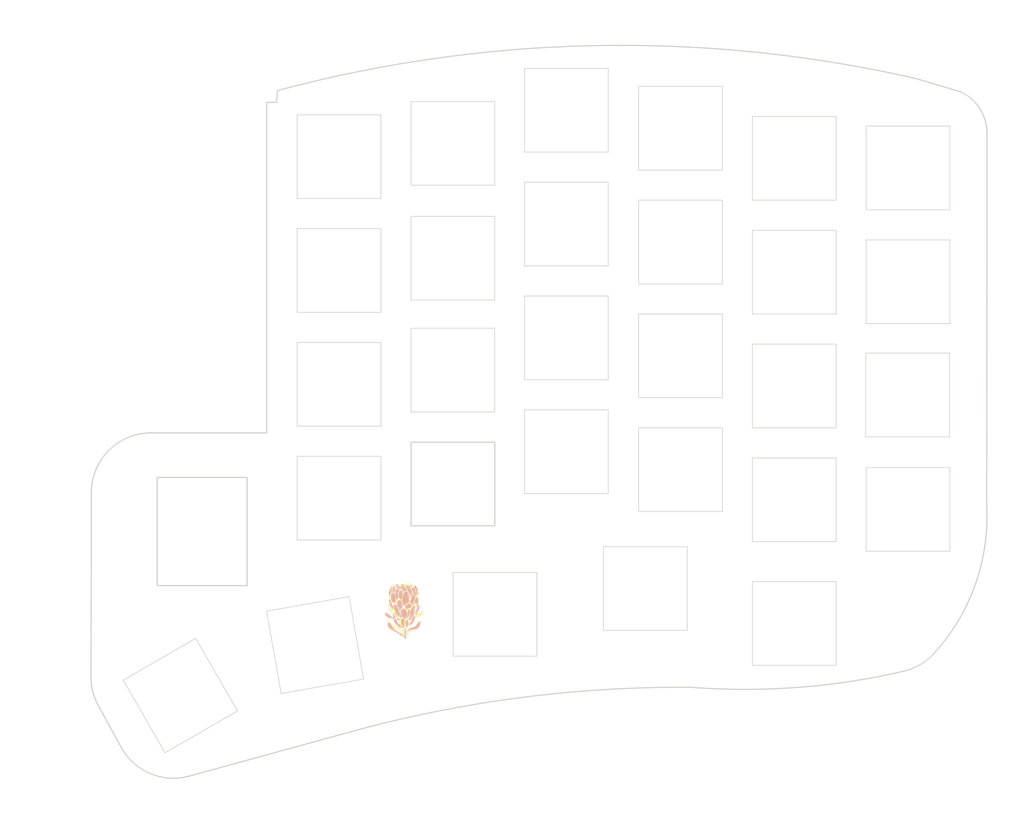
<source format=kicad_pcb>
(kicad_pcb (version 20210424) (generator pcbnew)
  (layers (0 "F.Cu" signal) (31 "B.Cu" signal) (34 "B.Paste" user) (35 "F.Paste" user) (36 "B.SilkS" user "B.Silkscreen") (37 "F.SilkS" user "F.Silkscreen") (38 "B.Mask" user) (39 "F.Mask" user) (44 "Edge.Cuts" user))
  (net 0 "")
  (net 1 "GND")
  (footprint "gcp:Protea-tiny" (layer "F.Cu") (at 141.2 130.625)
    (fp_text reference "G***" hide)
    (fp_text value "LOGO" hide)
  )
  (footprint "MountingHole:MountingHole_3.2mm_M3" (layer "B.Cu") (at 215.646 54.61 180)
    (fp_text reference "H2" hide)
    (fp_text value "MountingHole")
    (pad "1" np_thru_hole circle locked (at 0 0 180) (size 3.2 3.2) (drill 3.2) (layers *.Cu *.Mask))
  )
  (footprint "MountingHole:MountingHole_3.2mm_M3" (layer "B.Cu") (at 117.831 105.537 180)
    (fp_text reference "H3" hide)
    (fp_text value "MountingHole")
    (pad "1" np_thru_hole circle locked (at 0 0 180) (size 3.2 3.2) (drill 3.2) (layers *.Cu *.Mask))
  )
  (footprint "MountingHole:MountingHole_3.2mm_M3" (layer "B.Cu") (at 95.504 134.366 180)
    (fp_text reference "H9" hide)
    (fp_text value "MountingHole")
    (pad "1" np_thru_hole circle locked (at 0 0 180) (size 3.2 3.2) (drill 3.2) (layers *.Cu *.Mask))
  )
  (footprint "MountingHole:MountingHole_3.2mm_M3" (layer "B.Cu") (at 224.561 133.198 180)
    (fp_text reference "H10" hide)
    (fp_text value "MountingHole")
    (pad "1" np_thru_hole circle locked (at 0 0 180) (size 3.2 3.2) (drill 3.2) (layers *.Cu *.Mask))
  )
  (footprint "MountingHole:MountingHole_3.2mm_M3" (layer "B.Cu") (at 139.7 54.61 180)
    (fp_text reference "H6" hide)
    (fp_text value "MountingHole")
    (pad "1" np_thru_hole circle locked (at 0 0 180) (size 3.2 3.2) (drill 3.2) (layers *.Cu *.Mask))
  )
  (footprint "foostan:SW_Hole" (layer "B.Cu") (at 225.298 75.682 180)
    (fp_text reference "SW7" hide)
    (fp_text value "TAB" hide)
    (fp_line (start -7 7) (end -7 -7) (layer "Edge.Cuts") (width 0.12))
    (fp_line (start 7 7) (end -7 7) (layer "Edge.Cuts") (width 0.12))
    (fp_line (start -7 -7) (end 7 -7) (layer "Edge.Cuts") (width 0.12))
    (fp_line (start 7 -7) (end 7 7) (layer "Edge.Cuts") (width 0.12))
  )
  (footprint "foostan:SW_Hole" (layer "B.Cu") (at 206.273 55.0398 180)
    (fp_text reference "SW2" hide)
    (fp_text value "1" hide)
    (fp_line (start -7 7) (end -7 -7) (layer "Edge.Cuts") (width 0.12))
    (fp_line (start 7 7) (end -7 7) (layer "Edge.Cuts") (width 0.12))
    (fp_line (start -7 -7) (end 7 -7) (layer "Edge.Cuts") (width 0.12))
    (fp_line (start 7 -7) (end 7 7) (layer "Edge.Cuts") (width 0.12))
  )
  (footprint "foostan:SW_Hole" (layer "B.Cu") (at 130.113 111.878 180)
    (fp_text reference "SW24" hide)
    (fp_text value "V" hide)
    (fp_line (start -7 7) (end -7 -7) (layer "Edge.Cuts") (width 0.12))
    (fp_line (start 7 -7) (end 7 7) (layer "Edge.Cuts") (width 0.12))
    (fp_line (start -7 -7) (end 7 -7) (layer "Edge.Cuts") (width 0.12))
    (fp_line (start 7 7) (end -7 7) (layer "Edge.Cuts") (width 0.12))
  )
  (footprint "foostan:SW_Hole" (layer "B.Cu") (at 168.148 104.1102 180)
    (fp_text reference "SW22" hide)
    (fp_text value "X" hide)
    (fp_line (start -7 -7) (end 7 -7) (layer "Edge.Cuts") (width 0.12))
    (fp_line (start 7 -7) (end 7 7) (layer "Edge.Cuts") (width 0.12))
    (fp_line (start -7 7) (end -7 -7) (layer "Edge.Cuts") (width 0.12))
    (fp_line (start 7 7) (end -7 7) (layer "Edge.Cuts") (width 0.12))
  )
  (footprint "foostan:SW_Hole" (layer "B.Cu") (at 130.113 54.7578 180)
    (fp_text reference "SW6" hide)
    (fp_text value "5" hide)
    (fp_line (start -7 -7) (end 7 -7) (layer "Edge.Cuts") (width 0.12))
    (fp_line (start -7 7) (end -7 -7) (layer "Edge.Cuts") (width 0.12))
    (fp_line (start 7 -7) (end 7 7) (layer "Edge.Cuts") (width 0.12))
    (fp_line (start 7 7) (end -7 7) (layer "Edge.Cuts") (width 0.12))
  )
  (footprint "foostan:SW_Hole" (layer "B.Cu") (at 206.273 132.842 180)
    (fp_text reference "SW25" hide)
    (fp_text value "CTRL" hide)
    (fp_line (start 7 7) (end -7 7) (layer "Edge.Cuts") (width 0.12))
    (fp_line (start -7 -7) (end 7 -7) (layer "Edge.Cuts") (width 0.12))
    (fp_line (start -7 7) (end -7 -7) (layer "Edge.Cuts") (width 0.12))
    (fp_line (start 7 -7) (end 7 7) (layer "Edge.Cuts") (width 0.12))
  )
  (footprint "foostan:SW_Hole" (layer "B.Cu") (at 149.153 52.5378 180)
    (fp_text reference "SW5" hide)
    (fp_text value "4" hide)
    (fp_line (start -7 -7) (end 7 -7) (layer "Edge.Cuts") (width 0.12))
    (fp_line (start 7 7) (end -7 7) (layer "Edge.Cuts") (width 0.12))
    (fp_line (start -7 7) (end -7 -7) (layer "Edge.Cuts") (width 0.12))
    (fp_line (start 7 -7) (end 7 7) (layer "Edge.Cuts") (width 0.12))
  )
  (footprint "foostan:SW_Hole" (layer "B.Cu") (at 187.233 107.118 180)
    (fp_text reference "SW21" hide)
    (fp_text value "Z" hide)
    (fp_line (start -7 7) (end -7 -7) (layer "Edge.Cuts") (width 0.12))
    (fp_line (start 7 -7) (end 7 7) (layer "Edge.Cuts") (width 0.12))
    (fp_line (start 7 7) (end -7 7) (layer "Edge.Cuts") (width 0.12))
    (fp_line (start -7 -7) (end 7 -7) (layer "Edge.Cuts") (width 0.12))
  )
  (footprint "foostan:SW_Hole" (layer "B.Cu") (at 130.113 73.7978 180)
    (fp_text reference "SW12" hide)
    (fp_text value "T" hide)
    (fp_line (start 7 -7) (end 7 7) (layer "Edge.Cuts") (width 0.12))
    (fp_line (start -7 7) (end -7 -7) (layer "Edge.Cuts") (width 0.12))
    (fp_line (start -7 -7) (end 7 -7) (layer "Edge.Cuts") (width 0.12))
    (fp_line (start 7 7) (end -7 7) (layer "Edge.Cuts") (width 0.12))
  )
  (footprint "foostan:SW_Hole" (layer "B.Cu") (at 156.21 131.318 180)
    (fp_text reference "SW27" hide)
    (fp_text value "ALT" hide)
    (fp_line (start -7 -7) (end 7 -7) (layer "Edge.Cuts") (width 0.12))
    (fp_line (start -7 7) (end -7 -7) (layer "Edge.Cuts") (width 0.12))
    (fp_line (start 7 -7) (end 7 7) (layer "Edge.Cuts") (width 0.12))
    (fp_line (start 7 7) (end -7 7) (layer "Edge.Cuts") (width 0.12))
  )
  (footprint "foostan:SW_Hole" (layer "B.Cu") (at 103.575 144.9 120)
    (fp_text reference "SW29" hide)
    (fp_text value "C" hide)
    (fp_line (start -7 -7) (end 7 -7) (layer "Edge.Cuts") (width 0.12))
    (fp_line (start 7 7) (end -7 7) (layer "Edge.Cuts") (width 0.12))
    (fp_line (start 7 -7) (end 7 7) (layer "Edge.Cuts") (width 0.12))
    (fp_line (start -7 7) (end -7 -7) (layer "Edge.Cuts") (width 0.12))
  )
  (footprint "foostan:SW_Hole" (layer "B.Cu") (at 126.1132 136.4598 -170)
    (fp_text reference "SW28" hide)
    (fp_text value "X" hide)
    (fp_line (start -7 -7) (end 7 -7) (layer "Edge.Cuts") (width 0.12))
    (fp_line (start -7 7) (end -7 -7) (layer "Edge.Cuts") (width 0.12))
    (fp_line (start 7 -7) (end 7 7) (layer "Edge.Cuts") (width 0.12))
    (fp_line (start 7 7) (end -7 7) (layer "Edge.Cuts") (width 0.12))
  )
  (footprint "foostan:SW_Hole" (layer "B.Cu") (at 225.225 94.625 180)
    (fp_text reference "SW13" hide)
    (fp_text value "CAPS" hide)
    (fp_line (start -7 7) (end -7 -7) (layer "Edge.Cuts") (width 0.12))
    (fp_line (start -7 -7) (end 7 -7) (layer "Edge.Cuts") (width 0.12))
    (fp_line (start 7 7) (end -7 7) (layer "Edge.Cuts") (width 0.12))
    (fp_line (start 7 -7) (end 7 7) (layer "Edge.Cuts") (width 0.12))
  )
  (footprint "foostan:SW_Hole" (layer "B.Cu") (at 149.153 90.4578 180)
    (fp_text reference "SW17" hide)
    (fp_text value "F" hide)
    (fp_line (start 7 -7) (end 7 7) (layer "Edge.Cuts") (width 0.12))
    (fp_line (start 7 7) (end -7 7) (layer "Edge.Cuts") (width 0.12))
    (fp_line (start -7 -7) (end 7 -7) (layer "Edge.Cuts") (width 0.12))
    (fp_line (start -7 7) (end -7 -7) (layer "Edge.Cuts") (width 0.12))
  )
  (footprint "foostan:SW_Hole" (layer "B.Cu") (at 168.148 66.03 180)
    (fp_text reference "SW10" hide)
    (fp_text value "E" hide)
    (fp_line (start 7 -7) (end 7 7) (layer "Edge.Cuts") (width 0.12))
    (fp_line (start -7 7) (end -7 -7) (layer "Edge.Cuts") (width 0.12))
    (fp_line (start -7 -7) (end 7 -7) (layer "Edge.Cuts") (width 0.12))
    (fp_line (start 7 7) (end -7 7) (layer "Edge.Cuts") (width 0.12))
  )
  (footprint "foostan:SW_Hole" (layer "B.Cu") (at 206.273 112.16 180)
    (fp_text reference "SW20" hide)
    (fp_text value "<" hide)
    (fp_line (start 7 -7) (end 7 7) (layer "Edge.Cuts") (width 0.12))
    (fp_line (start -7 -7) (end 7 -7) (layer "Edge.Cuts") (width 0.12))
    (fp_line (start -7 7) (end -7 -7) (layer "Edge.Cuts") (width 0.12))
    (fp_line (start 7 7) (end -7 7) (layer "Edge.Cuts") (width 0.12))
  )
  (footprint "foostan:SW_Hole" (layer "B.Cu") (at 168.148 85.07 180)
    (fp_text reference "SW16" hide)
    (fp_text value "D" hide)
    (fp_line (start -7 -7) (end 7 -7) (layer "Edge.Cuts") (width 0.12))
    (fp_line (start 7 -7) (end 7 7) (layer "Edge.Cuts") (width 0.12))
    (fp_line (start 7 7) (end -7 7) (layer "Edge.Cuts") (width 0.12))
    (fp_line (start -7 7) (end -7 -7) (layer "Edge.Cuts") (width 0.12))
  )
  (footprint "foostan:SW_Hole" (layer "B.Cu") (at 149.153 71.7378 180)
    (fp_text reference "SW11" hide)
    (fp_text value "R" hide)
    (fp_line (start -7 -7) (end 7 -7) (layer "Edge.Cuts") (width 0.12))
    (fp_line (start 7 7) (end -7 7) (layer "Edge.Cuts") (width 0.12))
    (fp_line (start 7 -7) (end 7 7) (layer "Edge.Cuts") (width 0.12))
    (fp_line (start -7 7) (end -7 -7) (layer "Edge.Cuts") (width 0.12))
  )
  (footprint "foostan:SW_Hole" (layer "B.Cu") (at 187.233 69.0378 180)
    (fp_text reference "SW9" hide)
    (fp_text value "W" hide)
    (fp_line (start 7 -7) (end 7 7) (layer "Edge.Cuts") (width 0.12))
    (fp_line (start -7 -7) (end 7 -7) (layer "Edge.Cuts") (width 0.12))
    (fp_line (start -7 7) (end -7 -7) (layer "Edge.Cuts") (width 0.12))
    (fp_line (start 7 7) (end -7 7) (layer "Edge.Cuts") (width 0.12))
  )
  (footprint "foostan:SW_Hole" (layer "B.Cu") (at 187.233 49.9978 180)
    (fp_text reference "SW3" hide)
    (fp_text value "2" hide)
    (fp_line (start -7 7) (end -7 -7) (layer "Edge.Cuts") (width 0.12))
    (fp_line (start 7 7) (end -7 7) (layer "Edge.Cuts") (width 0.12))
    (fp_line (start 7 -7) (end 7 7) (layer "Edge.Cuts") (width 0.12))
    (fp_line (start -7 -7) (end 7 -7) (layer "Edge.Cuts") (width 0.12))
  )
  (footprint "foostan:SW_Hole" (layer "B.Cu") (at 130.113 92.8378 180)
    (fp_text reference "SW18" hide)
    (fp_text value "G" hide)
    (fp_line (start -7 7) (end -7 -7) (layer "Edge.Cuts") (width 0.12))
    (fp_line (start -7 -7) (end 7 -7) (layer "Edge.Cuts") (width 0.12))
    (fp_line (start 7 7) (end -7 7) (layer "Edge.Cuts") (width 0.12))
    (fp_line (start 7 -7) (end 7 7) (layer "Edge.Cuts") (width 0.12))
  )
  (footprint "foostan:SW_Hole" (layer "B.Cu") (at 225.298 56.642 180)
    (fp_text reference "SW1" hide)
    (fp_text value "ESC" hide)
    (fp_line (start -7 7) (end -7 -7) (layer "Edge.Cuts") (width 0.12))
    (fp_line (start -7 -7) (end 7 -7) (layer "Edge.Cuts") (width 0.12))
    (fp_line (start 7 7) (end -7 7) (layer "Edge.Cuts") (width 0.12))
    (fp_line (start 7 -7) (end 7 7) (layer "Edge.Cuts") (width 0.12))
  )
  (footprint "foostan:SW_Hole" (layer "B.Cu") (at 168.148 46.99 180)
    (fp_text reference "SW4" hide)
    (fp_text value "3" hide)
    (fp_line (start 7 7) (end -7 7) (layer "Edge.Cuts") (width 0.12))
    (fp_line (start 7 -7) (end 7 7) (layer "Edge.Cuts") (width 0.12))
    (fp_line (start -7 7) (end -7 -7) (layer "Edge.Cuts") (width 0.12))
    (fp_line (start -7 -7) (end 7 -7) (layer "Edge.Cuts") (width 0.12))
  )
  (footprint "foostan:SW_Hole" (layer "B.Cu") (at 206.273 93.1198 180)
    (fp_text reference "SW14" hide)
    (fp_text value "A" hide)
    (fp_line (start 7 7) (end -7 7) (layer "Edge.Cuts") (width 0.12))
    (fp_line (start 7 -7) (end 7 7) (layer "Edge.Cuts") (width 0.12))
    (fp_line (start -7 -7) (end 7 -7) (layer "Edge.Cuts") (width 0.12))
    (fp_line (start -7 7) (end -7 -7) (layer "Edge.Cuts") (width 0.12))
  )
  (footprint "foostan:SW_Hole" (layer "B.Cu") (at 187.233 88.0778 180)
    (fp_text reference "SW15" hide)
    (fp_text value "S" hide)
    (fp_line (start -7 -7) (end 7 -7) (layer "Edge.Cuts") (width 0.12))
    (fp_line (start 7 -7) (end 7 7) (layer "Edge.Cuts") (width 0.12))
    (fp_line (start 7 7) (end -7 7) (layer "Edge.Cuts") (width 0.12))
    (fp_line (start -7 7) (end -7 -7) (layer "Edge.Cuts") (width 0.12))
  )
  (footprint "foostan:SW_Hole" (layer "B.Cu") (at 181.356 127 180)
    (fp_text reference "SW26" hide)
    (fp_text value "SUPER" hide)
    (fp_line (start -7 7) (end -7 -7) (layer "Edge.Cuts") (width 0.12))
    (fp_line (start 7 7) (end -7 7) (layer "Edge.Cuts") (width 0.12))
    (fp_line (start -7 -7) (end 7 -7) (layer "Edge.Cuts") (width 0.12))
    (fp_line (start 7 -7) (end 7 7) (layer "Edge.Cuts") (width 0.12))
  )
  (footprint "foostan:SW_Hole" (layer "B.Cu") (at 206.273 74.0798 180)
    (fp_text reference "SW8" hide)
    (fp_text value "Q" hide)
    (fp_line (start 7 -7) (end 7 7) (layer "Edge.Cuts") (width 0.12))
    (fp_line (start -7 7) (end -7 -7) (layer "Edge.Cuts") (width 0.12))
    (fp_line (start 7 7) (end -7 7) (layer "Edge.Cuts") (width 0.12))
    (fp_line (start -7 -7) (end 7 -7) (layer "Edge.Cuts") (width 0.12))
  )
  (footprint "foostan:SW_Hole" (layer "B.Cu") (at 225.298 113.7622 180)
    (fp_text reference "SW19" hide)
    (fp_text value "SHIFT" hide)
    (fp_line (start -7 7) (end -7 -7) (layer "Edge.Cuts") (width 0.12))
    (fp_line (start 7 -7) (end 7 7) (layer "Edge.Cuts") (width 0.12))
    (fp_line (start -7 -7) (end 7 -7) (layer "Edge.Cuts") (width 0.12))
    (fp_line (start 7 7) (end -7 7) (layer "Edge.Cuts") (width 0.12))
  )
  (footprint "gcp:Protea-tiny" (layer "B.Cu") (at 140.725 130.8 180)
    (fp_text reference "G***" hide)
    (fp_text value "LOGO" hide)
  )
  (gr_arc (start 222.282835 131.100845) (end 224.535523 140.839973) (angle -34.80768632) (layer "Edge.Cuts") (width 0.2))
  (gr_line (start 89.8404 146.5752) (end 93.654382 153.534802) (layer "Edge.Cuts") (width 0.2))
  (gr_line (start 88.675193 110.967367) (end 88.6754 123.3342) (layer "Edge.Cuts") (width 0.2))
  (gr_line (start 114.737 108.4172) (end 114.737 126.5172) (layer "Edge.Cuts") (width 0.2))
  (gr_arc (start 98.675193 110.9672) (end 98.675193 100.9672) (angle -90.00095881) (layer "Edge.Cuts") (width 0.2))
  (gr_arc (start 204.488 114.9722) (end 229.691781 137.811489) (angle -45.25337) (layer "Edge.Cuts") (width 0.2))
  (gr_line (start 142.165 102.5152) (end 156.165 102.5152) (layer "Edge.Cuts") (width 0.2))
  (gr_arc (start 177.293 258.4232) (end 226.417039 41.637323) (angle -27.7477) (layer "Edge.Cuts") (width 0.2))
  (gr_line (start 118.012 100.9672) (end 118.012 45.6922) (layer "Edge.Cuts") (width 0.2))
  (gr_line (start 238.507 70.2535) (end 238.507 60.3437) (layer "Edge.Cuts") (width 0.2))
  (gr_line (start 118.012 45.6922) (end 119.662 45.6755) (layer "Edge.Cuts") (width 0.2))
  (gr_line (start 142.165 116.5152) (end 142.165 102.5152) (layer "Edge.Cuts") (width 0.2))
  (gr_line (start 88.6754 123.3342) (end 88.610062 141.734769) (layer "Edge.Cuts") (width 0.2))
  (gr_arc (start 198.006658 26.136069) (end 189.077658 143.52874) (angle -17.37206557) (layer "Edge.Cuts") (width 0.2))
  (gr_arc (start 230.839124 50.838593) (end 238.503983 50.974032) (angle -65.87979566) (layer "Edge.Cuts") (width 0.2))
  (gr_arc (start 98.607554 141.77019) (end 88.610062 141.734769) (angle -28.9288025) (layer "Edge.Cuts") (width 0.2))
  (gr_arc (start 102.424462 148.72894) (end 93.654382 153.534802) (angle -76.61757785) (layer "Edge.Cuts") (width 0.2))
  (gr_line (start 238.507 60.3437) (end 238.507 52.9223) (layer "Edge.Cuts") (width 0.2))
  (gr_line (start 238.507 70.2535) (end 238.451855 113.150041) (layer "Edge.Cuts") (width 0.2))
  (gr_line (start 226.417 41.6374) (end 234.095 43.8983) (layer "Edge.Cuts") (width 0.2))
  (gr_arc (start 187.258469 351.913398) (end 189.077658 143.52874) (angle -15.5851766) (layer "Edge.Cuts") (width 0.2))
  (gr_line (start 133.023934 150.701842) (end 105.07 158.3732) (layer "Edge.Cuts") (width 0.2))
  (gr_line (start 119.662 45.6755) (end 119.837135 43.695206) (layer "Edge.Cuts") (width 0.2))
  (gr_line (start 156.165 102.5152) (end 156.165 116.5152) (layer "Edge.Cuts") (width 0.2))
  (gr_line (start 114.737 126.5172) (end 99.687 126.5172) (layer "Edge.Cuts") (width 0.2))
  (gr_line (start 98.675193 100.9672) (end 118.012 100.9672) (layer "Edge.Cuts") (width 0.2))
  (gr_line (start 99.687 126.5172) (end 99.687 108.4172) (layer "Edge.Cuts") (width 0.2))
  (gr_line (start 156.165 116.5152) (end 142.165 116.5152) (layer "Edge.Cuts") (width 0.2))
  (gr_line (start 99.687 108.4172) (end 114.737 108.4172) (layer "Edge.Cuts") (width 0.2))
  (gr_line (start 238.504 50.974) (end 238.507 52.9223) (layer "Edge.Cuts") (width 0.2))
)
</source>
